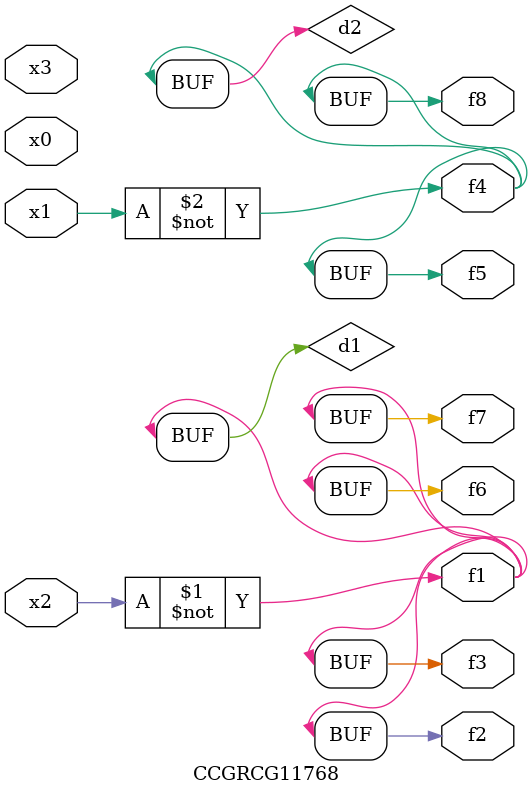
<source format=v>
module CCGRCG11768(
	input x0, x1, x2, x3,
	output f1, f2, f3, f4, f5, f6, f7, f8
);

	wire d1, d2;

	xnor (d1, x2);
	not (d2, x1);
	assign f1 = d1;
	assign f2 = d1;
	assign f3 = d1;
	assign f4 = d2;
	assign f5 = d2;
	assign f6 = d1;
	assign f7 = d1;
	assign f8 = d2;
endmodule

</source>
